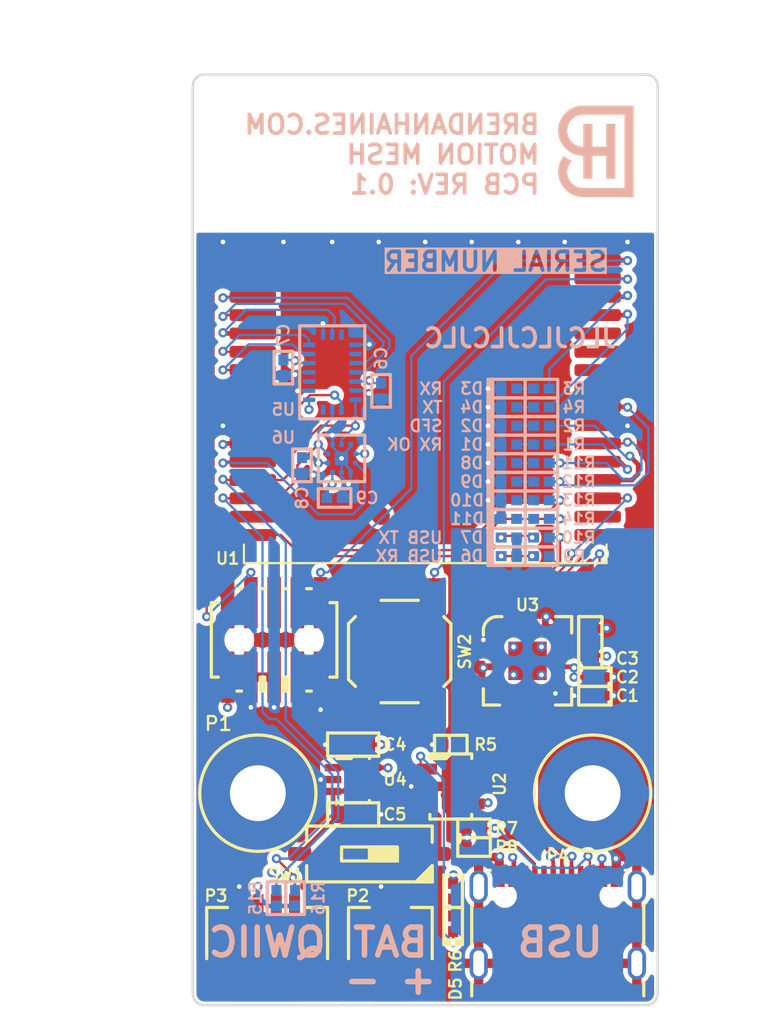
<source format=kicad_pcb>
(kicad_pcb (version 20220914) (generator pcbnew)

  (general
    (thickness 1.6)
  )

  (paper "USLetter")
  (title_block
    (title "${PROJECT_NAME}")
    (date "2022-09-27")
    (rev "${PCB_REVISION}")
    (company "Brendan Haines")
  )

  (layers
    (0 "F.Cu" signal)
    (1 "In1.Cu" signal)
    (2 "In2.Cu" signal)
    (31 "B.Cu" signal)
    (32 "B.Adhes" user "B.Adhesive")
    (33 "F.Adhes" user "F.Adhesive")
    (34 "B.Paste" user)
    (35 "F.Paste" user)
    (36 "B.SilkS" user "B.Silkscreen")
    (37 "F.SilkS" user "F.Silkscreen")
    (38 "B.Mask" user)
    (39 "F.Mask" user)
    (40 "Dwgs.User" user "User.Drawings")
    (41 "Cmts.User" user "User.Comments")
    (42 "Eco1.User" user "User.Eco1")
    (43 "Eco2.User" user "User.Eco2")
    (44 "Edge.Cuts" user)
    (45 "Margin" user)
    (46 "B.CrtYd" user "B.Courtyard")
    (47 "F.CrtYd" user "F.Courtyard")
    (48 "B.Fab" user)
    (49 "F.Fab" user)
    (50 "User.1" user)
    (51 "User.2" user)
    (52 "User.3" user)
    (53 "User.4" user)
    (54 "User.5" user)
    (55 "User.6" user)
    (56 "User.7" user)
    (57 "User.8" user)
    (58 "User.9" user)
  )

  (setup
    (stackup
      (layer "F.SilkS" (type "Top Silk Screen"))
      (layer "F.Paste" (type "Top Solder Paste"))
      (layer "F.Mask" (type "Top Solder Mask") (thickness 0.01))
      (layer "F.Cu" (type "copper") (thickness 0.035))
      (layer "dielectric 1" (type "core") (thickness 0.48) (material "FR4") (epsilon_r 4.5) (loss_tangent 0.02))
      (layer "In1.Cu" (type "copper") (thickness 0.035))
      (layer "dielectric 2" (type "prepreg") (thickness 0.48) (material "FR4") (epsilon_r 4.5) (loss_tangent 0.02))
      (layer "In2.Cu" (type "copper") (thickness 0.035))
      (layer "dielectric 3" (type "core") (thickness 0.48) (material "FR4") (epsilon_r 4.5) (loss_tangent 0.02))
      (layer "B.Cu" (type "copper") (thickness 0.035))
      (layer "B.Mask" (type "Bottom Solder Mask") (thickness 0.01))
      (layer "B.Paste" (type "Bottom Solder Paste"))
      (layer "B.SilkS" (type "Bottom Silk Screen"))
      (copper_finish "None")
      (dielectric_constraints no)
    )
    (pad_to_mask_clearance 0)
    (grid_origin 127 76.2)
    (pcbplotparams
      (layerselection 0x00010fc_ffffffff)
      (plot_on_all_layers_selection 0x0000000_00000000)
      (disableapertmacros false)
      (usegerberextensions false)
      (usegerberattributes true)
      (usegerberadvancedattributes true)
      (creategerberjobfile true)
      (dashed_line_dash_ratio 12.000000)
      (dashed_line_gap_ratio 3.000000)
      (svgprecision 4)
      (plotframeref false)
      (viasonmask false)
      (mode 1)
      (useauxorigin false)
      (hpglpennumber 1)
      (hpglpenspeed 20)
      (hpglpendiameter 15.000000)
      (dxfpolygonmode true)
      (dxfimperialunits true)
      (dxfusepcbnewfont true)
      (psnegative false)
      (psa4output false)
      (plotreference true)
      (plotvalue true)
      (plotinvisibletext false)
      (sketchpadsonfab false)
      (subtractmaskfromsilk false)
      (outputformat 1)
      (mirror false)
      (drillshape 1)
      (scaleselection 1)
      (outputdirectory "")
    )
  )

  (property "PCB_REVISION" "0.1")
  (property "PROJECT_NAME" "MOTION MESH")

  (net 0 "")
  (net 1 "Net-(D1-PadA)")
  (net 2 "GND")
  (net 3 "Net-(D2-PadA)")
  (net 4 "Net-(D3-PadA)")
  (net 5 "Net-(D4-PadA)")
  (net 6 "/SWDIO")
  (net 7 "/SWCLK")
  (net 8 "unconnected-(P1-SWO{slash}TDO)")
  (net 9 "unconnected-(P1-NC{slash}TDI)")
  (net 10 "/N_RESET")
  (net 11 "/RX_OK_LED")
  (net 12 "/SFD_LED")
  (net 13 "/RX_LED")
  (net 14 "/TX_LED")
  (net 15 "unconnected-(U1-VCCIO_TP)")
  (net 16 "unconnected-(U1-READY)")
  (net 17 "unconnected-(U1-SPIS_MISO)")
  (net 18 "unconnected-(U1-SPIS_MOSI)")
  (net 19 "unconnected-(U1-SPIS_CLK)")
  (net 20 "unconnected-(U1-SPIS_CSn)")
  (net 21 "Net-(D5-PadA)")
  (net 22 "Net-(U2-STAT)")
  (net 23 "Net-(U2-PROG)")
  (net 24 "/USB_VBUS")
  (net 25 "/VBAT")
  (net 26 "/RX")
  (net 27 "/TX")
  (net 28 "Net-(U3-CBUS1)")
  (net 29 "Net-(U3-CBUS2)")
  (net 30 "unconnected-(U3-~{CTS})")
  (net 31 "unconnected-(U3-CBUS0)")
  (net 32 "unconnected-(U3-CBUS3)")
  (net 33 "unconnected-(U3-~{RTS})")
  (net 34 "/SDA")
  (net 35 "/SCL")
  (net 36 "Net-(D8-PadA)")
  (net 37 "Net-(D9-PadA)")
  (net 38 "Net-(D10-PadA)")
  (net 39 "Net-(D11-PadA)")
  (net 40 "/LED0")
  (net 41 "/LED1")
  (net 42 "/LED2")
  (net 43 "/LED3")
  (net 44 "VDC_3V3")
  (net 45 "unconnected-(U4-NC)")
  (net 46 "Net-(SW1-B)")
  (net 47 "/FTDI/VDC_3V3_USB")
  (net 48 "/FTDI/N_LED_RX")
  (net 49 "/FTDI/N_LED_TX")
  (net 50 "/N_BUTTON")
  (net 51 "/INT5")
  (net 52 "/INT4")
  (net 53 "/INT1")
  (net 54 "unconnected-(U1-GPIO_31)")
  (net 55 "/INT3")
  (net 56 "/INT2")
  (net 57 "/INT_DRDY")
  (net 58 "/INT_BARO")
  (net 59 "/USB_D_P")
  (net 60 "/USB_D_N")
  (net 61 "unconnected-(U5-CSB2)")
  (net 62 "unconnected-(U5-NC)")
  (net 63 "unconnected-(U5-CSB1)")
  (net 64 "unconnected-(U5-NC)_1")
  (net 65 "Net-(P4-CC1)")
  (net 66 "unconnected-(P4-SBU1)")
  (net 67 "Net-(P4-CC2)")
  (net 68 "unconnected-(P4-SBU2)")

  (footprint "common:C0603" (layer "F.Cu") (at 136.017 98.552 90))

  (footprint "common:R0402" (layer "F.Cu") (at 129.667 109.728 180))

  (footprint "common:MH120X230_#4" (layer "F.Cu") (at 117.856 106.791616))

  (footprint "jst:SM02B-SRSS-TB" (layer "F.Cu") (at 125.095 117.856 90))

  (footprint "common:DWM1001C" (layer "F.Cu") (at 127 76.2))

  (footprint "common:MC-311D" (layer "F.Cu") (at 134.239 116.078))

  (footprint "common:SOT-23-5" (layer "F.Cu") (at 128.397 106.426))

  (footprint "common:C0603" (layer "F.Cu") (at 123.063 107.95))

  (footprint "common:TDA01H0SB1" (layer "F.Cu") (at 123.952 110.109 180))

  (footprint "common:R0402" (layer "F.Cu") (at 128.397 104.14 180))

  (footprint "common:QFN65P400X400X80-16P_FT230XQ" (layer "F.Cu") (at 132.588 99.568))

  (footprint "common:C0402" (layer "F.Cu") (at 136.271 100.457))

  (footprint "common:C0603" (layer "F.Cu") (at 123.063 104.14 180))

  (footprint "common:R0402" (layer "F.Cu") (at 129.667 108.712 180))

  (footprint "common:MH120X230_#4" (layer "F.Cu") (at 136.144 106.791616))

  (footprint "common:R0402" (layer "F.Cu") (at 128.524 112.141 -90))

  (footprint "common:C0402" (layer "F.Cu") (at 136.271 101.473))

  (footprint "common:LED0402" (layer "F.Cu") (at 128.524 113.919 90))

  (footprint "common:SOT-353" (layer "F.Cu") (at 123.063 106.045))

  (footprint "jst:SM04B-SRSS-TB" (layer "F.Cu") (at 118.364 117.856 90))

  (footprint "common:PinHeader_2x05_P1.27mm_Vertical-Samtec_FTSH-105-01-F-DV-K-A" (layer "F.Cu") (at 118.745 98.425 90))

  (footprint "common:SPST_SKQG" (layer "F.Cu") (at 125.603 99.06 -90))

  (footprint "common:R0402" (layer "B.Cu") (at 133.35 87.757 180))

  (footprint "common:R0402" (layer "B.Cu") (at 133.35 85.725 180))

  (footprint "common:LED0402" (layer "B.Cu") (at 131.572 88.773))

  (footprint "common:LED0402" (layer "B.Cu") (at 131.572 86.741))

  (footprint "common:C0402" (layer "B.Cu") (at 124.587 84.836 -90))

  (footprint "common:LED0402" (layer "B.Cu") (at 131.572 91.821))

  (footprint "common:LGA20-BMX055" (layer "B.Cu") (at 121.92 83.82 180))

  (footprint "common:LED0402" (layer "B.Cu") (at 131.572 90.805))

  (footprint "common:LED0402" (layer "B.Cu") (at 131.572 89.789))

  (footprint "common:R0402" (layer "B.Cu") (at 133.35 88.773 180))

  (footprint "common:LED0402" (layer "B.Cu") (at 131.572 92.837))

  (footprint "common:R0402" (layer "B.Cu") (at 133.35 91.821 180))

  (footprint "common:LED0402" (layer "B.Cu") (at 131.572 87.757))

  (footprint "common:C0402" (layer "B.Cu") (at 120.269 88.9 -90))

  (footprint "common:R0402" (layer "B.Cu") (at 133.35 90.805 180))

  (footprint "common:R0402" (layer "B.Cu") (at 133.35 84.709 180))

  (footprint "common:R0402" (layer "B.Cu") (at 133.35 93.853 180))

  (footprint "common:LED0402" (layer "B.Cu") (at 131.572 84.709))

  (footprint "common:LED0402" (layer "B.Cu") (at 131.572 93.853))

  (footprint "common:R0402" (layer "B.Cu") (at 133.35 86.741 180))

  (footprint "common:C0402" (layer "B.Cu") (at 122.047 90.678))

  (footprint "common:LED0402" (layer "B.Cu") (at 131.572 85.725))

  (footprint "common:LGA10-BMP388" (layer "B.Cu") (at 122.428 88.519))

  (footprint "common:R0402" (layer "B.Cu") (at 118.872 112.522 90))

  (footprint "common:R0402" (layer "B.Cu") (at 119.888 112.522 90))

  (footprint "common:R0402" (layer "B.Cu") (at 133.35 89.789 180))

  (footprint "common:C0402" (layer "B.Cu") (at 119.253 83.566 -90))

  (footprint "common:R0402" (layer "B.Cu") (at 133.35 92.837 180))

  (gr_poly
    (pts
      (xy 135.549666 69.261715)
      (xy 135.463666 69.26985)
      (xy 135.378356 69.28336)
      (xy 135.294061 69.302205)
      (xy 135.211106 69.3263)
      (xy 135.129835 69.35556)
      (xy 135.050561 69.389865)
      (xy 134.973595 69.42908)
      (xy 134.899246 69.47305)
      (xy 134.827796 69.521605)
      (xy 134.759546 69.57455)
      (xy 134.694755 69.631675)
      (xy 134.633675 69.692755)
      (xy 134.576551 69.757545)
      (xy 134.523606 69.825795)
      (xy 134.475051 69.897245)
      (xy 134.43108 69.971595)
      (xy 134.391865 70.04856)
      (xy 134.357561 70.127835)
      (xy 134.328301 70.209105)
      (xy 134.304205 70.29206)
      (xy 134.28536 70.376355)
      (xy 134.27185 70.461665)
      (xy 134.263715 70.547665)
      (xy 134.261 70.634)
      (xy 134.263715 70.720335)
      (xy 134.27185 70.806335)
      (xy 134.28536 70.891645)
      (xy 134.304205 70.97594)
      (xy 134.328301 71.058895)
      (xy 134.357561 71.140165)
      (xy 134.391865 71.21944)
      (xy 134.43108 71.296406)
      (xy 134.475051 71.370755)
      (xy 134.523605 71.442204)
      (xy 134.57655 71.510457)
      (xy 134.633675 71.575246)
      (xy 134.694755 71.636326)
      (xy 134.759545 71.693448)
      (xy 134.827795 71.746396)
      (xy 134.899245 71.794949)
      (xy 134.973595 71.838917)
      (xy 135.05056 71.878133)
      (xy 135.129835 71.912442)
      (xy 135.211105 71.941701)
      (xy 135.29406 71.965794)
      (xy 135.378355 71.984639)
      (xy 135.463665 71.998151)
      (xy 135.549665 72.006283)
      (xy 135.636 72.009)
      (xy 135.636 73.258999)
      (xy 136.136 73.258999)
      (xy 136.136 72.009)
      (xy 136.886 72.009)
      (xy 136.886 73.258999)
      (xy 137.386 73.258999)
      (xy 137.386 70.259)
      (xy 136.886 70.259)
      (xy 136.886 71.509)
      (xy 136.136 71.509)
      (xy 136.136 70.259)
      (xy 135.636 70.259)
      (xy 135.636 71.509)
      (xy 135.58106 71.507267)
      (xy 135.526335 71.502095)
      (xy 135.472045 71.493497)
      (xy 135.4184 71.481503)
      (xy 135.365615 71.466168)
      (xy 135.313895 71.447552)
      (xy 135.26345 71.425717)
      (xy 135.21447 71.400762)
      (xy 135.16716 71.372785)
      (xy 135.121695 71.341885)
      (xy 135.07826 71.308194)
      (xy 135.037025 71.27184)
      (xy 134.99816 71.232975)
      (xy 134.961805 71.19174)
      (xy 134.928115 71.148305)
      (xy 134.897215 71.10284)
      (xy 134.86924 71.05553)
      (xy 134.84428 71.00655)
      (xy 134.822445 70.956105)
      (xy 134.80383 70.904385)
      (xy 134.788495 70.8516)
      (xy 134.776505 70.797955)
      (xy 134.767906 70.743665)
      (xy 134.76273 70.68894)
      (xy 134.761 70.634)
      (xy 134.76273 70.57906)
      (xy 134.767906 70.524335)
      (xy 134.776505 70.470045)
      (xy 134.788495 70.4164)
      (xy 134.80383 70.363614)
      (xy 134.822445 70.311894)
      (xy 134.84428 70.26145)
      (xy 134.86924 70.21247)
      (xy 134.897215 70.16516)
      (xy 134.928115 70.119695)
      (xy 134.961805 70.07626)
      (xy 134.99816 70.035025)
      (xy 135.037025 69.99616)
      (xy 135.07826 69.959805)
      (xy 135.121695 69.926115)
      (xy 135.16716 69.895215)
      (xy 135.21447 69.86724)
      (xy 135.26345 69.84228)
      (xy 135.313895 69.820445)
      (xy 135.365615 69.80183)
      (xy 135.4184 69.786495)
      (xy 135.472045 69.774505)
      (xy 135.526335 69.765905)
      (xy 135.58106 69.76073)
      (xy 135.636 69.759)
      (xy 137.886 69.759)
      (xy 137.886 73.758999)
      (xy 135.636 73.758999)
      (xy 135.58106 73.757269)
      (xy 135.526335 73.752094)
      (xy 135.472045 73.743494)
      (xy 135.4184 73.731504)
      (xy 135.365615 73.716169)
      (xy 135.313895 73.697554)
      (xy 135.26345 73.675719)
      (xy 135.21447 73.650759)
      (xy 135.16716 73.622784)
      (xy 135.121695 73.591884)
      (xy 135.07826 73.558194)
      (xy 135.037025 73.521839)
      (xy 134.99816 73.482974)
      (xy 134.961805 73.441739)
      (xy 134.928115 73.398304)
      (xy 134.897215 73.352839)
      (xy 134.86924 73.305529)
      (xy 134.84428 73.256549)
      (xy 134.822445 73.206104)
      (xy 134.80383 73.154385)
      (xy 134.788495 73.101599)
      (xy 134.776505 73.047954)
      (xy 134.767906 72.993664)
      (xy 134.76273 72.938939)
      (xy 134.761 72.883999)
      (xy 134.76273 72.829059)
      (xy 134.767906 72.774334)
      (xy 134.776505 72.720044)
      (xy 134.788495 72.666399)
      (xy 134.80383 72.613614)
      (xy 134.822445 72.561894)
      (xy 134.84428 72.51145)
      (xy 134.86924 72.462469)
      (xy 134.897215 72.415159)
      (xy 134.928115 72.369694)
      (xy 134.961805 72.326259)
      (xy 134.99816 72.285024)
      (xy 135.01406 72.269124)
      (xy 134.99179 72.261104)
      (xy 134.89089 72.217442)
      (xy 134.792935 72.16753)
      (xy 134.69831 72.111569)
      (xy 134.60738 72.049778)
      (xy 134.56768 72.018978)
      (xy 134.523605 72.075795)
      (xy 134.475051 72.147244)
      (xy 134.43108 72.221592)
      (xy 134.391865 72.298559)
      (xy 134.35756 72.377834)
      (xy 134.3283 72.459104)
      (xy 134.304205 72.542059)
      (xy 134.28536 72.626354)
      (xy 134.27185 72.711664)
      (xy 134.263715 72.797664)
      (xy 134.261 72.883999)
      (xy 134.263715 72.970334)
      (xy 134.27185 73.056334)
      (xy 134.28536 73.141644)
      (xy 134.304205 73.225939)
      (xy 134.3283 73.308894)
      (xy 134.35756 73.390164)
      (xy 134.391865 73.469439)
      (xy 134.43108 73.546404)
      (xy 134.475051 73.620753)
      (xy 134.523605 73.692204)
      (xy 134.57655 73.760453)
      (xy 134.633675 73.825244)
      (xy 134.694755 73.886324)
      (xy 134.759545 73.943449)
      (xy 134.827795 73.996393)
      (xy 134.899245 74.044949)
      (xy 134.973595 74.088919)
      (xy 135.05056 74.128134)
      (xy 135.129835 74.162439)
      (xy 135.211105 74.191699)
      (xy 135.29406 74.215794)
      (xy 135.378355 74.234639)
      (xy 135.463665 74.248149)
      (xy 135.549665 74.256284)
      (xy 135.636 74.258999)
      (xy 138.386 74.258999)
      (xy 138.386 69.259)
      (xy 135.636 69.259)
    )

    (stroke (width 0) (type solid)) (fill solid) (layer "B.SilkS") (tstamp c88ad23d-a553-410f-960e-4250fefbfaf1))
  (gr_arc (start 139.065 67.564002) (mid 139.514012 67.749989) (end 139.7 68.199002)
    (stroke (width 0.127) (type default)) (layer "Edge.Cuts") (tstamp 224e581c-979b-42be-90fb-6b1f1eb5e485))
  (gr_line (start 114.935 118.364) (end 139.065 118.364)
    (stroke (width 0.127) (type default)) (layer "Edge.Cuts") (tstamp 23ba651f-5996-4df9-bd90-331eb143b68f))
  (gr_arc (start 114.300002 68.199) (mid 114.485989 67.749988) (end 114.935002 67.564)
    (stroke (width 0.127) (type default)) (layer "Edge.Cuts") (tstamp 6ae2cda4-626b-4dc0-9ed5-929d4a6d9d62))
  (gr_line (start 114.300002 68.199) (end 114.3 117.729)
    (stroke (width 0.127) (type default)) (layer "Edge.Cuts") (tstamp 84e57775-753c-461f-bb09-40e4453f90d8))
  (gr_line (start 139.7 117.729) (end 139.7 68.199002)
    (stroke (width 0.127) (type default)) (layer "Edge.Cuts") (tstamp 95c39530-e090-4b60-9d71-3f02e19025f7))
  (gr_line (start 139.065 67.564002) (end 114.935002 67.564)
    (stroke (width 0.127) (type default)) (layer "Edge.Cuts") (tstamp b09c5631-0619-47d6-964c-43392691bdad))
  (gr_arc (start 139.7 117.729) (mid 139.514013 118.178012) (end 139.065 118.364)
    (stroke (width 0.127) (type default)) (layer "Edge.Cuts") (tstamp b5ab5a6c-9706-40b8-a846-8b60ef2b6f31))
  (gr_arc (start 114.935 118.364) (mid 114.485988 118.178013) (end 114.3 117.729)
    (stroke (width 0.127) (type default)) (layer "Edge.Cuts") (tstamp cb822b3c-202e-42b5-a4f9-2d086f8d9a63))
  (gr_text "BRENDANHAINES.COM\n${PROJECT_NAME}\nPCB REV: ${PCB_REVISION}" (at 133.35 74.168) (layer "B.SilkS") (tstamp 17ed56e8-1c83-49c2-9ecb-863c11643b37)
    (effects (font (size 1.016 1.016) (thickness 0.2032) bold) (justify left bottom mirror))
  )
  (gr_text "RX OK" (at 128.016 88.138) (layer "B.SilkS") (tstamp 19a2f572-bbc9-4c41-90aa-52e9d8479451)
    (effects (font (size 0.635 0.635) (thickness 0.127) bold) (justify left bottom mirror))
  )
  (gr_text "JLCJLCJLCJLC" (at 137.541 82.55) (layer "B.SilkS") (tstamp 1c6b1fe9-2cfc-4faa-98ab-f28b8c8fa02f)
    (effects (font (size 1.016 1.016) (thickness 0.2032) bold) (justify left bottom mirror))
  )
  (gr_text "SFD" (at 128.016 87.122) (layer "B.SilkS") (tstamp 4718d88a-267d-45cb-ae6b-7693e8347eac)
    (effects (font (size 0.635 0.635) (thickness 0.127) bold) (justify left bottom mirror))
  )
  (gr_text "USB" (at 134.366 115.824) (layer "B.SilkS") (tsta
... [907222 chars truncated]
</source>
